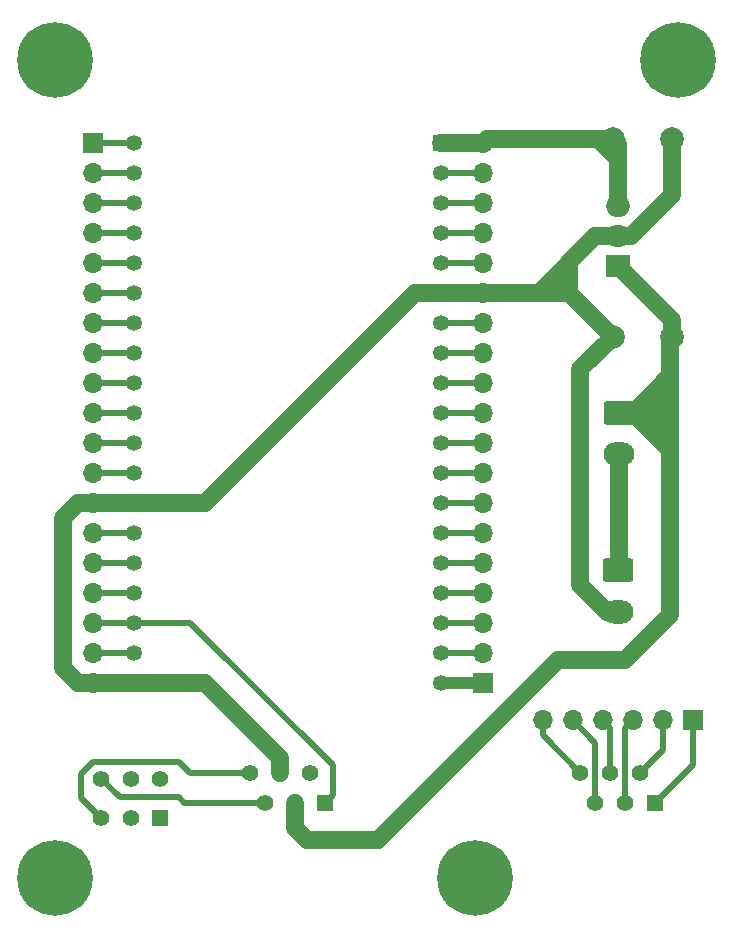
<source format=gbl>
G04 #@! TF.GenerationSoftware,KiCad,Pcbnew,7.0.10*
G04 #@! TF.CreationDate,2024-04-02T13:30:28+02:00*
G04 #@! TF.ProjectId,carte pami,63617274-6520-4706-916d-692e6b696361,rev?*
G04 #@! TF.SameCoordinates,Original*
G04 #@! TF.FileFunction,Copper,L2,Bot*
G04 #@! TF.FilePolarity,Positive*
%FSLAX46Y46*%
G04 Gerber Fmt 4.6, Leading zero omitted, Abs format (unit mm)*
G04 Created by KiCad (PCBNEW 7.0.10) date 2024-04-02 13:30:28*
%MOMM*%
%LPD*%
G01*
G04 APERTURE LIST*
G04 Aperture macros list*
%AMRoundRect*
0 Rectangle with rounded corners*
0 $1 Rounding radius*
0 $2 $3 $4 $5 $6 $7 $8 $9 X,Y pos of 4 corners*
0 Add a 4 corners polygon primitive as box body*
4,1,4,$2,$3,$4,$5,$6,$7,$8,$9,$2,$3,0*
0 Add four circle primitives for the rounded corners*
1,1,$1+$1,$2,$3*
1,1,$1+$1,$4,$5*
1,1,$1+$1,$6,$7*
1,1,$1+$1,$8,$9*
0 Add four rect primitives between the rounded corners*
20,1,$1+$1,$2,$3,$4,$5,0*
20,1,$1+$1,$4,$5,$6,$7,0*
20,1,$1+$1,$6,$7,$8,$9,0*
20,1,$1+$1,$8,$9,$2,$3,0*%
G04 Aperture macros list end*
G04 #@! TA.AperFunction,ComponentPad*
%ADD10RoundRect,0.250000X-1.050000X0.750000X-1.050000X-0.750000X1.050000X-0.750000X1.050000X0.750000X0*%
G04 #@! TD*
G04 #@! TA.AperFunction,ComponentPad*
%ADD11O,2.600000X2.000000*%
G04 #@! TD*
G04 #@! TA.AperFunction,ComponentPad*
%ADD12C,6.400000*%
G04 #@! TD*
G04 #@! TA.AperFunction,ComponentPad*
%ADD13R,1.700000X1.700000*%
G04 #@! TD*
G04 #@! TA.AperFunction,ComponentPad*
%ADD14O,1.700000X1.700000*%
G04 #@! TD*
G04 #@! TA.AperFunction,ComponentPad*
%ADD15R,1.408000X1.408000*%
G04 #@! TD*
G04 #@! TA.AperFunction,ComponentPad*
%ADD16C,1.408000*%
G04 #@! TD*
G04 #@! TA.AperFunction,ComponentPad*
%ADD17C,2.000000*%
G04 #@! TD*
G04 #@! TA.AperFunction,ComponentPad*
%ADD18R,1.350000X1.350000*%
G04 #@! TD*
G04 #@! TA.AperFunction,ComponentPad*
%ADD19C,1.350000*%
G04 #@! TD*
G04 #@! TA.AperFunction,ComponentPad*
%ADD20R,1.400000X1.400000*%
G04 #@! TD*
G04 #@! TA.AperFunction,ComponentPad*
%ADD21C,1.400000*%
G04 #@! TD*
G04 #@! TA.AperFunction,ComponentPad*
%ADD22R,2.000000X1.905000*%
G04 #@! TD*
G04 #@! TA.AperFunction,ComponentPad*
%ADD23O,2.000000X1.905000*%
G04 #@! TD*
G04 #@! TA.AperFunction,Conductor*
%ADD24C,1.500000*%
G04 #@! TD*
G04 #@! TA.AperFunction,Conductor*
%ADD25C,0.500000*%
G04 #@! TD*
G04 #@! TA.AperFunction,Conductor*
%ADD26C,1.000000*%
G04 #@! TD*
G04 APERTURE END LIST*
D10*
X145415000Y-89535000D03*
D11*
X145415000Y-93035000D03*
D12*
X150495000Y-46355000D03*
D13*
X151765000Y-102235000D03*
D14*
X149225000Y-102235000D03*
X146685000Y-102235000D03*
X144145000Y-102235000D03*
X141605000Y-102235000D03*
X139065000Y-102235000D03*
D13*
X100965000Y-53340000D03*
D14*
X100965000Y-55880000D03*
X100965000Y-58420000D03*
X100965000Y-60960000D03*
X100965000Y-63500000D03*
X100965000Y-66040000D03*
X100965000Y-68580000D03*
X100965000Y-71120000D03*
X100965000Y-73660000D03*
X100965000Y-76200000D03*
X100965000Y-78740000D03*
X100965000Y-81280000D03*
X100965000Y-83820000D03*
X100965000Y-86360000D03*
X100965000Y-88900000D03*
X100965000Y-91440000D03*
X100965000Y-93980000D03*
X100965000Y-96520000D03*
X100965000Y-99060000D03*
D15*
X120645000Y-109220000D03*
D16*
X119375000Y-106680000D03*
X118105000Y-109220000D03*
X116835000Y-106680000D03*
X115565000Y-109220000D03*
X114295000Y-106680000D03*
D17*
X150000000Y-69750000D03*
X145000000Y-69750000D03*
D12*
X97790000Y-46355000D03*
D15*
X148585000Y-109210000D03*
D16*
X147315000Y-106670000D03*
X146045000Y-109210000D03*
X144775000Y-106670000D03*
X143505000Y-109210000D03*
X142235000Y-106670000D03*
D10*
X145515000Y-76205000D03*
D11*
X145515000Y-79705000D03*
D18*
X104475000Y-99060000D03*
D19*
X104475000Y-96520000D03*
X104475000Y-93980000D03*
X104475000Y-91440000D03*
X104475000Y-88900000D03*
X104475000Y-86360000D03*
X104475000Y-83820000D03*
X104475000Y-81280000D03*
X104475000Y-78740000D03*
X104475000Y-76200000D03*
X104475000Y-73660000D03*
X104475000Y-71120000D03*
X104475000Y-68580000D03*
X104475000Y-66040000D03*
X104475000Y-63500000D03*
X104475000Y-60960000D03*
X104475000Y-58420000D03*
X104475000Y-55880000D03*
X104475000Y-53340000D03*
D18*
X130475000Y-53340000D03*
D19*
X130475000Y-55880000D03*
X130475000Y-58420000D03*
X130475000Y-60960000D03*
X130475000Y-63500000D03*
X130475000Y-66040000D03*
X130475000Y-68580000D03*
X130475000Y-71120000D03*
X130475000Y-73660000D03*
X130475000Y-76200000D03*
X130475000Y-78740000D03*
X130475000Y-81280000D03*
X130475000Y-83820000D03*
X130475000Y-86360000D03*
X130475000Y-88900000D03*
X130475000Y-91440000D03*
X130475000Y-93980000D03*
X130475000Y-96520000D03*
X130475000Y-99060000D03*
D12*
X133350000Y-115570000D03*
D17*
X150000000Y-53000000D03*
X145000000Y-53000000D03*
D13*
X133985000Y-99060000D03*
D14*
X133985000Y-96520000D03*
X133985000Y-93980000D03*
X133985000Y-91440000D03*
X133985000Y-88900000D03*
X133985000Y-86360000D03*
X133985000Y-83820000D03*
X133985000Y-81280000D03*
X133985000Y-78740000D03*
X133985000Y-76200000D03*
X133985000Y-73660000D03*
X133985000Y-71120000D03*
X133985000Y-68580000D03*
X133985000Y-66040000D03*
X133985000Y-63500000D03*
X133985000Y-60960000D03*
X133985000Y-58420000D03*
X133985000Y-55880000D03*
X133985000Y-53340000D03*
D20*
X106680000Y-110490000D03*
D21*
X104180000Y-110490000D03*
X101680000Y-110490000D03*
X106680000Y-107190000D03*
X104180000Y-107190000D03*
X101680000Y-107190000D03*
D22*
X145445000Y-63790000D03*
D23*
X145445000Y-61250000D03*
X145445000Y-58710000D03*
D12*
X97790000Y-115570000D03*
D24*
X145445000Y-54500000D02*
X145250000Y-54500000D01*
X145000000Y-53000000D02*
X143750000Y-53000000D01*
X130475000Y-53340000D02*
X133985000Y-53340000D01*
X143750000Y-53000000D02*
X134325000Y-53000000D01*
X145445000Y-58710000D02*
X145445000Y-54500000D01*
X134325000Y-53000000D02*
X133985000Y-53340000D01*
X145445000Y-53445000D02*
X145000000Y-53000000D01*
X145445000Y-54500000D02*
X145445000Y-53445000D01*
X145250000Y-54500000D02*
X143750000Y-53000000D01*
X148907500Y-78422500D02*
X148907500Y-73977500D01*
X150000000Y-69750000D02*
X149860000Y-69890000D01*
X118105000Y-109220000D02*
X118105000Y-111355000D01*
X149855000Y-76205000D02*
X149860000Y-76200000D01*
X150000000Y-69750000D02*
X150000000Y-68345000D01*
X149860000Y-79375000D02*
X148907500Y-78422500D01*
X145515000Y-76205000D02*
X146680000Y-76205000D01*
X149860000Y-93345000D02*
X149860000Y-79375000D01*
X146050000Y-97155000D02*
X149860000Y-93345000D01*
X146690000Y-76205000D02*
X145515000Y-76205000D01*
X148907500Y-73977500D02*
X149860000Y-73025000D01*
X119145000Y-112395000D02*
X125095000Y-112395000D01*
X148272500Y-77787500D02*
X146690000Y-76205000D01*
X125095000Y-112395000D02*
X140335000Y-97155000D01*
X148907500Y-78422500D02*
X148272500Y-77787500D01*
X148272500Y-74612500D02*
X148907500Y-73977500D01*
X149860000Y-76200000D02*
X149860000Y-79375000D01*
X146680000Y-76205000D02*
X148272500Y-74612500D01*
X149860000Y-73025000D02*
X149860000Y-76200000D01*
X148272500Y-77787500D02*
X148272500Y-74612500D01*
X118105000Y-111355000D02*
X119145000Y-112395000D01*
X150000000Y-68345000D02*
X145445000Y-63790000D01*
X145515000Y-76205000D02*
X149855000Y-76205000D01*
X140335000Y-97155000D02*
X146050000Y-97155000D01*
X149860000Y-69890000D02*
X149860000Y-73025000D01*
D25*
X100000000Y-108810000D02*
X101680000Y-110490000D01*
X108250000Y-105750000D02*
X101000000Y-105750000D01*
X114295000Y-106680000D02*
X109180000Y-106680000D01*
X101000000Y-105750000D02*
X100000000Y-106750000D01*
X109180000Y-106680000D02*
X108250000Y-105750000D01*
X100000000Y-106750000D02*
X100000000Y-108810000D01*
X103240000Y-108750000D02*
X101680000Y-107190000D01*
X115565000Y-109220000D02*
X108720000Y-109220000D01*
X108250000Y-108750000D02*
X103240000Y-108750000D01*
X108720000Y-109220000D02*
X108250000Y-108750000D01*
D24*
X98425000Y-97790000D02*
X99695000Y-99060000D01*
X116840000Y-105410000D02*
X116835000Y-105415000D01*
X99695000Y-99060000D02*
X100965000Y-99060000D01*
X116835000Y-105415000D02*
X116835000Y-106680000D01*
X110490000Y-83820000D02*
X128270000Y-66040000D01*
X138750000Y-66040000D02*
X133985000Y-66040000D01*
X104475000Y-99060000D02*
X110490000Y-99060000D01*
X100965000Y-83820000D02*
X99695000Y-83820000D01*
X150000000Y-57750000D02*
X150000000Y-53000000D01*
X110490000Y-99060000D02*
X116840000Y-105410000D01*
X144535000Y-93035000D02*
X145415000Y-93035000D01*
X142250000Y-72500000D02*
X142250000Y-90750000D01*
X141290000Y-63460000D02*
X141290000Y-63500000D01*
X141290000Y-63460000D02*
X141290000Y-66040000D01*
X143500000Y-61250000D02*
X141290000Y-63460000D01*
X100965000Y-99060000D02*
X104475000Y-99060000D01*
X98425000Y-85090000D02*
X98425000Y-97790000D01*
X145445000Y-61250000D02*
X143500000Y-61250000D01*
X141290000Y-63500000D02*
X138750000Y-66040000D01*
X104475000Y-83820000D02*
X110490000Y-83820000D01*
X128270000Y-66040000D02*
X130475000Y-66040000D01*
X145000000Y-69750000D02*
X141290000Y-66040000D01*
X99695000Y-83820000D02*
X98425000Y-85090000D01*
X142250000Y-90750000D02*
X144535000Y-93035000D01*
X145000000Y-69750000D02*
X142250000Y-72500000D01*
X133985000Y-66040000D02*
X130475000Y-66040000D01*
X146500000Y-61250000D02*
X150000000Y-57750000D01*
X141290000Y-66040000D02*
X138750000Y-66040000D01*
X100965000Y-83820000D02*
X104475000Y-83820000D01*
X145445000Y-61250000D02*
X146500000Y-61250000D01*
D25*
X104475000Y-86360000D02*
X100965000Y-86360000D01*
X121285000Y-108580000D02*
X121285000Y-106045000D01*
X121285000Y-106045000D02*
X109220000Y-93980000D01*
X109220000Y-93980000D02*
X104475000Y-93980000D01*
X120645000Y-109220000D02*
X121285000Y-108580000D01*
X100965000Y-93980000D02*
X104475000Y-93980000D01*
D24*
X145515000Y-89435000D02*
X145515000Y-79705000D01*
X145415000Y-89535000D02*
X145515000Y-89435000D01*
D25*
X148585000Y-109210000D02*
X151765000Y-106030000D01*
X151765000Y-106030000D02*
X151765000Y-102235000D01*
X149225000Y-102235000D02*
X149225000Y-104760000D01*
X149225000Y-104760000D02*
X147315000Y-106670000D01*
X146045000Y-102875000D02*
X146685000Y-102235000D01*
X146045000Y-109210000D02*
X146045000Y-102875000D01*
X144775000Y-102865000D02*
X144775000Y-106670000D01*
X144145000Y-102235000D02*
X144775000Y-102865000D01*
X141605000Y-102235000D02*
X143505000Y-104135000D01*
X143505000Y-104135000D02*
X143505000Y-109210000D01*
X142235000Y-106670000D02*
X139065000Y-103500000D01*
X139065000Y-103500000D02*
X139065000Y-102235000D01*
X100965000Y-53340000D02*
X104475000Y-53340000D01*
X104475000Y-55880000D02*
X100965000Y-55880000D01*
X100965000Y-58420000D02*
X104475000Y-58420000D01*
X104475000Y-60960000D02*
X100965000Y-60960000D01*
X100965000Y-63500000D02*
X104475000Y-63500000D01*
X104475000Y-66040000D02*
X100965000Y-66040000D01*
X104475000Y-68580000D02*
X100965000Y-68580000D01*
X100965000Y-71120000D02*
X104475000Y-71120000D01*
X104475000Y-73660000D02*
X100965000Y-73660000D01*
X100965000Y-76200000D02*
X104475000Y-76200000D01*
X104475000Y-78740000D02*
X100965000Y-78740000D01*
X100965000Y-81280000D02*
X104475000Y-81280000D01*
X100965000Y-88900000D02*
X104475000Y-88900000D01*
X104475000Y-91440000D02*
X100965000Y-91440000D01*
X104475000Y-91475000D02*
X104475000Y-91440000D01*
X104475000Y-96520000D02*
X100965000Y-96520000D01*
D26*
X130475000Y-99060000D02*
X133985000Y-99060000D01*
D25*
X133985000Y-96520000D02*
X130475000Y-96520000D01*
X130475000Y-93980000D02*
X133985000Y-93980000D01*
X133985000Y-91440000D02*
X130475000Y-91440000D01*
X130475000Y-88900000D02*
X133985000Y-88900000D01*
X133985000Y-86360000D02*
X130475000Y-86360000D01*
X130475000Y-83820000D02*
X133985000Y-83820000D01*
X133985000Y-78740000D02*
X130475000Y-78740000D01*
X130475000Y-76200000D02*
X133985000Y-76200000D01*
X133985000Y-73660000D02*
X130475000Y-73660000D01*
X130475000Y-71120000D02*
X133985000Y-71120000D01*
X133985000Y-68580000D02*
X130475000Y-68580000D01*
X130475000Y-63500000D02*
X133985000Y-63500000D01*
X133985000Y-60960000D02*
X130475000Y-60960000D01*
X130475000Y-58420000D02*
X133985000Y-58420000D01*
X133985000Y-55880000D02*
X130475000Y-55880000D01*
X133985000Y-81280000D02*
X130475000Y-81280000D01*
M02*

</source>
